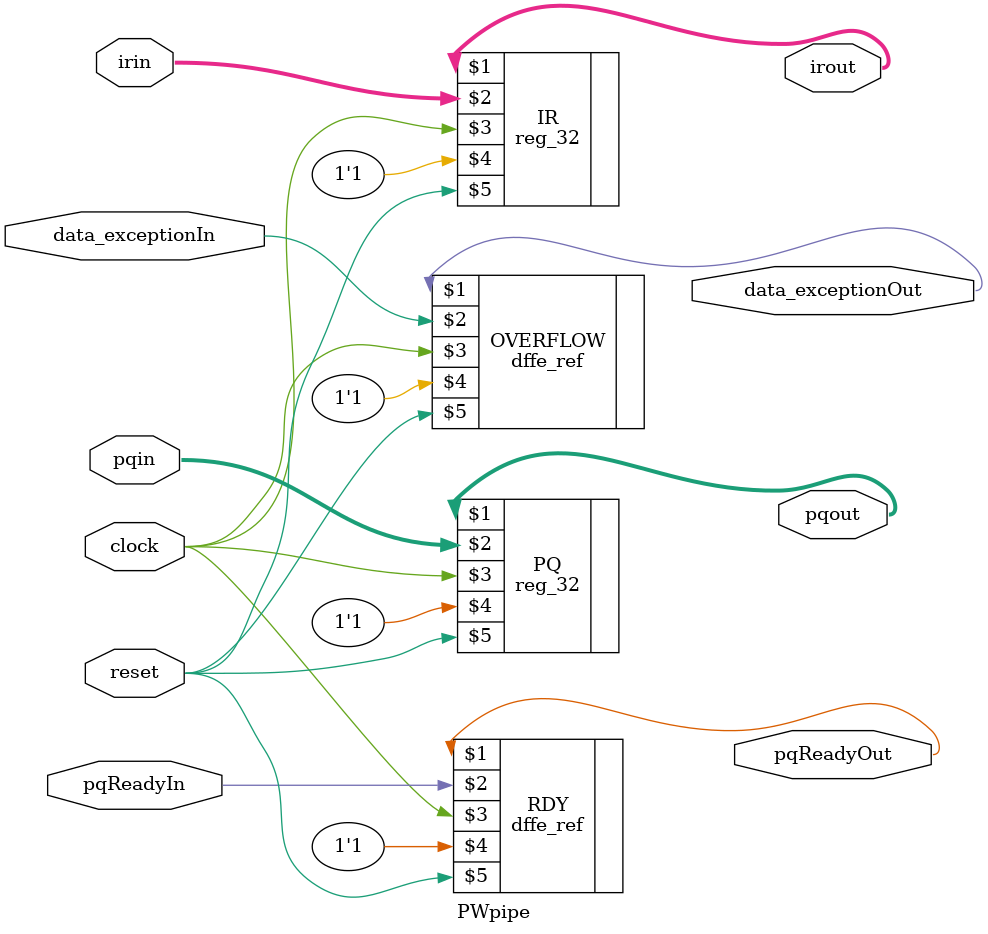
<source format=v>
module PWpipe(pqin, pqout, irin, irout, pqReadyIn, pqReadyOut, data_exceptionIn, data_exceptionOut, clock, reset);
    input [31:0] pqin, irin;
    input clock, reset, pqReadyIn, data_exceptionIn;
    output [31:0] pqout, irout;
    output pqReadyOut, data_exceptionOut;

    reg_32 PQ(pqout, pqin, clock, 1'b1, reset);
    reg_32 IR(irout, irin, clock, 1'b1, reset);
    dffe_ref RDY(pqReadyOut, pqReadyIn, clock, 1'b1, reset);
    dffe_ref OVERFLOW(data_exceptionOut, data_exceptionIn, clock, 1'b1, reset);

endmodule
</source>
